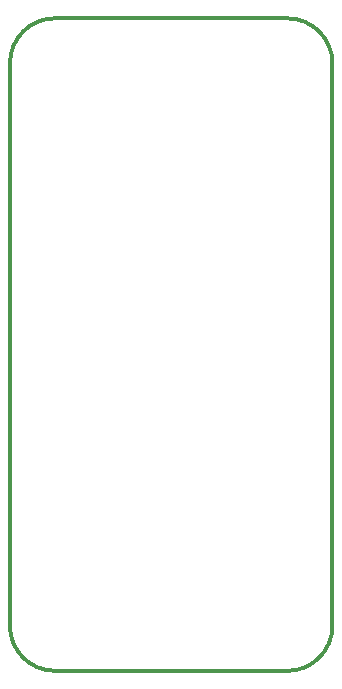
<source format=gbr>
G04 #@! TF.GenerationSoftware,KiCad,Pcbnew,(5.1.7)-1*
G04 #@! TF.CreationDate,2021-10-31T21:36:42-05:00*
G04 #@! TF.ProjectId,ATtiny85Carrier,41547469-6e79-4383-9543-617272696572,rev?*
G04 #@! TF.SameCoordinates,Original*
G04 #@! TF.FileFunction,Profile,NP*
%FSLAX46Y46*%
G04 Gerber Fmt 4.6, Leading zero omitted, Abs format (unit mm)*
G04 Created by KiCad (PCBNEW (5.1.7)-1) date 2021-10-31 21:36:42*
%MOMM*%
%LPD*%
G01*
G04 APERTURE LIST*
G04 #@! TA.AperFunction,Profile*
%ADD10C,0.300000*%
G04 #@! TD*
G04 APERTURE END LIST*
D10*
X113030000Y-151765000D02*
X113030000Y-104140000D01*
X136525000Y-155575000D02*
X116840000Y-155575000D01*
X140335000Y-104140000D02*
X140335000Y-151765000D01*
X116840000Y-100330000D02*
X136525000Y-100330000D01*
X113030000Y-104140000D02*
G75*
G02*
X116840000Y-100330000I3810000J0D01*
G01*
X116840000Y-155575000D02*
G75*
G02*
X113030000Y-151765000I0J3810000D01*
G01*
X136525000Y-100330000D02*
G75*
G02*
X140335000Y-104140000I0J-3810000D01*
G01*
X140335000Y-151765000D02*
G75*
G02*
X136525000Y-155575000I-3810000J0D01*
G01*
M02*

</source>
